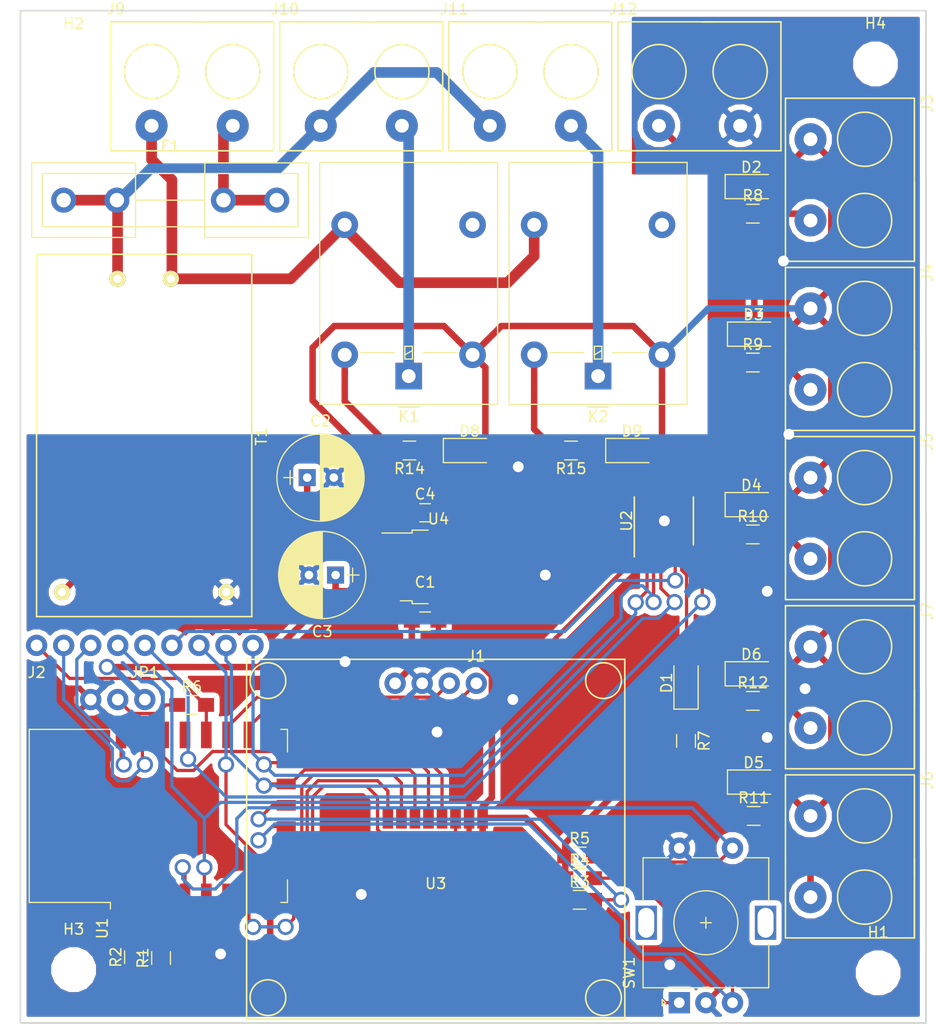
<source format=kicad_pcb>
(kicad_pcb (version 20171130) (host pcbnew 5.0.2-bee76a0~70~ubuntu18.04.1)
  (layers (0 F.Cu signal) (31 B.Cu signal) (34 B.Paste user) (35 F.Paste user) (36 B.SilkS user) (37 F.SilkS user) (38 B.Mask user) (39 F.Mask user) (44 Edge.Cuts user))
  (net 0 "")
  (net 1 +3V3)
  (net 2 GND)
  (net 3 CE)
  (net 4 CSN)
  (net 5 /SCLK)
  (net 6 /MOSI)
  (net 7 /MISO)
  (net 8 IRQ)
  (net 9 +12V)
  (net 10 C)
  (net 11 B)
  (net 12 A)
  (net 13 RE1)
  (net 14 RE2)
  (net 15 "Net-(D3-Pad1)")
  (net 16 "Net-(D2-Pad1)")
  (net 17 "Net-(D1-Pad1)")
  (net 18 "Net-(JP1-Pad2)")
  (net 19 GPIO0)
  (net 20 "Net-(R2-Pad2)")
  (net 21 "Net-(R1-Pad2)")
  (net 22 "Net-(D4-Pad1)")
  (net 23 "Net-(D5-Pad1)")
  (net 24 "Net-(D6-Pad1)")
  (net 25 "Net-(D9-Pad1)")
  (net 26 "Net-(D8-Pad1)")
  (net 27 "Net-(D1-Pad2)")
  (net 28 RX)
  (net 29 TX)
  (net 30 ENABLE)
  (net 31 LATCH)
  (net 32 DOUT)
  (net 33 SDA)
  (net 34 SCL)
  (net 35 "Net-(U1-Pad2)")
  (net 36 "Net-(U1-Pad9)")
  (net 37 "Net-(K2-Pad3)")
  (net 38 "Net-(K1-Pad3)")
  (net 39 "Net-(U2-Pad9)")
  (net 40 /230V_F)
  (net 41 /230V_B)
  (net 42 /230V_E)
  (net 43 /230V_A)
  (net 44 /230V_C)
  (net 45 /RE7)
  (net 46 /RE6)
  (net 47 /RE5)
  (net 48 /RE4)
  (net 49 /RE3)
  (module i2c_oled:i2c_oled_1.3Zoll (layer F.Cu) (at 137.795 103.124 180)
    (fp_text reference J1 (at 0 2.54 180) (layer F.SilkS))
    (fp_text value OLED)
    (pad 1 thru_hole circle (at 0 0 180) (size 2 2) (drill 1.1) (layers *.Cu *.Mask) (net 33 SDA))
    (pad 2 thru_hole circle (at 2.54 0 180) (size 2 2) (drill 1.1) (layers *.Cu *.Mask) (net 34 SCL))
    (pad 3 thru_hole circle (at 5.08 0 180) (size 2 2) (drill 1.1) (layers *.Cu *.Mask) (net 2 GND))
    (pad 4 thru_hole circle (at 7.62 0 180) (size 2 2) (drill 1.1) (layers *.Cu *.Mask) (net 1 +3V3))
  )
  (module MountingHole:MountingHole_3.2mm_M3_DIN965 (layer F.Cu) (at 175.514 130.302)
    (fp_text reference H1 (at 0 -3.8) (layer F.SilkS))
    (fp_text value MountingHole)
    (pad 1 np_thru_hole circle (at 0 0) (size 3.2 3.2) (drill 3.2) (layers *.Cu *.Mask))
  )
  (module MountingHole:MountingHole_3.2mm_M3_DIN965 (layer F.Cu) (at 100 45)
    (fp_text reference H2 (at 0 -3.8) (layer F.SilkS))
    (fp_text value MountingHole)
    (pad 1 np_thru_hole circle (at 0 0) (size 3.2 3.2) (drill 3.2) (layers *.Cu *.Mask))
  )
  (module MountingHole:MountingHole_3.2mm_M3_DIN965 (layer F.Cu) (at 100 130)
    (fp_text reference H3 (at 0 -3.8) (layer F.SilkS))
    (fp_text value MountingHole)
    (pad 1 np_thru_hole circle (at 0 0) (size 3.2 3.2) (drill 3.2) (layers *.Cu *.Mask))
  )
  (module MountingHole:MountingHole_3.2mm_M3_DIN965 (layer F.Cu) (at 175.26 45)
    (fp_text reference H4 (at 0 -3.8) (layer F.SilkS))
    (fp_text value MountingHole)
    (pad 1 np_thru_hole circle (at 0 0) (size 3.2 3.2) (drill 3.2) (layers *.Cu *.Mask))
  )
  (module terminal_block:terminal_block_2pin (layer F.Cu) (at 154.94 50.8)
    (fp_text reference J12 (at -3.35 -10.95) (layer F.SilkS))
    (fp_text value 12V_IN)
    (pad 1 thru_hole circle (at 0 0) (size 3 3) (drill 1.3) (layers *.Cu *.Mask) (net 9 +12V))
    (pad 2 thru_hole circle (at 7.62 0) (size 3 3) (drill 1.3) (layers *.Cu *.Mask) (net 2 GND))
  )
  (module terminal_block:terminal_block_2pin (layer F.Cu) (at 169.164 52.07 270)
    (fp_text reference J3 (at -3.35 -10.95 270) (layer F.SilkS))
    (fp_text value 12V_OUT1)
    (pad 2 thru_hole circle (at 7.62 0 270) (size 3 3) (drill 1.3) (layers *.Cu *.Mask) (net 49 /RE3))
    (pad 1 thru_hole circle (at 0 0 270) (size 3 3) (drill 1.3) (layers *.Cu *.Mask) (net 9 +12V))
  )
  (module terminal_block:terminal_block_2pin (layer F.Cu) (at 169.164 67.945 270)
    (fp_text reference J4 (at -3.35 -10.95 270) (layer F.SilkS))
    (fp_text value 12V_OUT2)
    (pad 1 thru_hole circle (at 0 0 270) (size 3 3) (drill 1.3) (layers *.Cu *.Mask) (net 9 +12V))
    (pad 2 thru_hole circle (at 7.62 0 270) (size 3 3) (drill 1.3) (layers *.Cu *.Mask) (net 48 /RE4))
  )
  (module terminal_block:terminal_block_2pin (layer F.Cu) (at 169.164 83.82 270)
    (fp_text reference J5 (at -3.35 -10.95 270) (layer F.SilkS))
    (fp_text value 12V_OUT3)
    (pad 2 thru_hole circle (at 7.62 0 270) (size 3 3) (drill 1.3) (layers *.Cu *.Mask) (net 47 /RE5))
    (pad 1 thru_hole circle (at 0 0 270) (size 3 3) (drill 1.3) (layers *.Cu *.Mask) (net 9 +12V))
  )
  (module terminal_block:terminal_block_2pin (layer F.Cu) (at 169.164 115.57 270)
    (fp_text reference J6 (at -3.35 -10.95 270) (layer F.SilkS))
    (fp_text value 12V_OUT4)
    (pad 1 thru_hole circle (at 0 0 270) (size 3 3) (drill 1.3) (layers *.Cu *.Mask) (net 9 +12V))
    (pad 2 thru_hole circle (at 7.62 0 270) (size 3 3) (drill 1.3) (layers *.Cu *.Mask) (net 45 /RE7))
  )
  (module terminal_block:terminal_block_2pin (layer F.Cu) (at 169.164 99.695 270)
    (fp_text reference J7 (at -3.35 -10.95 270) (layer F.SilkS))
    (fp_text value 12V_OUT5)
    (pad 2 thru_hole circle (at 7.62 0 270) (size 3 3) (drill 1.3) (layers *.Cu *.Mask) (net 46 /RE6))
    (pad 1 thru_hole circle (at 0 0 270) (size 3 3) (drill 1.3) (layers *.Cu *.Mask) (net 9 +12V))
  )
  (module terminal_block:terminal_block_2pin (layer F.Cu) (at 107.315 50.8)
    (fp_text reference J9 (at -3.35 -10.95) (layer F.SilkS))
    (fp_text value 230V)
    (pad 2 thru_hole circle (at 7.62 0) (size 3 3) (drill 1.3) (layers *.Cu *.Mask) (net 43 /230V_A))
    (pad 1 thru_hole circle (at 0 0) (size 3 3) (drill 1.3) (layers *.Cu *.Mask) (net 44 /230V_C))
  )
  (module terminal_block:terminal_block_2pin (layer F.Cu) (at 123.19 50.8)
    (fp_text reference J10 (at -3.35 -10.95) (layer F.SilkS))
    (fp_text value 230V_OUT1)
    (pad 1 thru_hole circle (at 0 0) (size 3 3) (drill 1.3) (layers *.Cu *.Mask) (net 41 /230V_B))
    (pad 2 thru_hole circle (at 7.62 0) (size 3 3) (drill 1.3) (layers *.Cu *.Mask) (net 42 /230V_E))
  )
  (module terminal_block:terminal_block_2pin (layer F.Cu) (at 139.065 50.8)
    (fp_text reference J11 (at -3.35 -10.95) (layer F.SilkS))
    (fp_text value 230V_OUT2)
    (pad 2 thru_hole circle (at 7.62 0) (size 3 3) (drill 1.3) (layers *.Cu *.Mask) (net 40 /230V_F))
    (pad 1 thru_hole circle (at 0 0) (size 3 3) (drill 1.3) (layers *.Cu *.Mask) (net 41 /230V_B))
  )
  (module Relay_THT:Relay_SPDT_Omron-G5LE-1 (layer F.Cu) (at 149.225 74.295 180)
    (fp_text reference K2 (at 0 -3.8 180) (layer F.SilkS))
    (fp_text value FINDER-40.11)
    (pad 5 thru_hole oval (at 6 2 180) (size 2.5 2.5) (drill 1.3) (layers *.Cu *.Mask) (net 14 RE2))
    (pad 4 thru_hole oval (at 6 14.2 180) (size 2.5 2.5) (drill 1.3) (layers *.Cu *.Mask) (net 44 /230V_C))
    (pad 3 thru_hole oval (at -6 14.2 180) (size 2.5 2.5) (drill 1.3) (layers *.Cu *.Mask) (net 37 "Net-(K2-Pad3)"))
    (pad 2 thru_hole oval (at -6 2 180) (size 2.5 2.5) (drill 1.3) (layers *.Cu *.Mask) (net 9 +12V))
    (pad 1 thru_hole rect (at 0 0 180) (size 2.5 2.5) (drill 1.3) (layers *.Cu *.Mask) (net 40 /230V_F))
  )
  (module Relay_THT:Relay_SPDT_Omron-G5LE-1 (layer F.Cu) (at 131.445 74.295 180)
    (fp_text reference K1 (at 0 -3.8 180) (layer F.SilkS))
    (fp_text value FINDER-40.11)
    (pad 1 thru_hole rect (at 0 0 180) (size 2.5 2.5) (drill 1.3) (layers *.Cu *.Mask) (net 42 /230V_E))
    (pad 2 thru_hole oval (at -6 2 180) (size 2.5 2.5) (drill 1.3) (layers *.Cu *.Mask) (net 9 +12V))
    (pad 3 thru_hole oval (at -6 14.2 180) (size 2.5 2.5) (drill 1.3) (layers *.Cu *.Mask) (net 38 "Net-(K1-Pad3)"))
    (pad 4 thru_hole oval (at 6 14.2 180) (size 2.5 2.5) (drill 1.3) (layers *.Cu *.Mask) (net 44 /230V_C))
    (pad 5 thru_hole oval (at 6 2 180) (size 2.5 2.5) (drill 1.3) (layers *.Cu *.Mask) (net 13 RE1))
  )
  (module Package_SO:TSSOP-16-1EP_4.4x5mm_P0.65mm (layer F.Cu) (at 155.448 87.884 90)
    (fp_text reference U2 (at 0 -3.55 90) (layer F.SilkS))
    (fp_text value DRV8860_PWPR)
    (pad 1 smd rect (at -2.775 -2.275 90) (size 1.05 0.45) (layers F.Cu F.Paste F.Mask) (net 1 +3V3))
    (pad 2 smd rect (at -2.775 -1.625 90) (size 1.05 0.45) (layers F.Cu F.Paste F.Mask) (net 6 /MOSI))
    (pad 3 smd rect (at -2.775 -0.975 90) (size 1.05 0.45) (layers F.Cu F.Paste F.Mask) (net 5 /SCLK))
    (pad 4 smd rect (at -2.775 -0.325 90) (size 1.05 0.45) (layers F.Cu F.Paste F.Mask) (net 31 LATCH))
    (pad 5 smd rect (at -2.775 0.325 90) (size 1.05 0.45) (layers F.Cu F.Paste F.Mask) (net 2 GND))
    (pad 6 smd rect (at -2.775 0.975 90) (size 1.05 0.45) (layers F.Cu F.Paste F.Mask) (net 32 DOUT))
    (pad 7 smd rect (at -2.775 1.625 90) (size 1.05 0.45) (layers F.Cu F.Paste F.Mask) (net 27 "Net-(D1-Pad2)"))
    (pad 8 smd rect (at -2.775 2.275 90) (size 1.05 0.45) (layers F.Cu F.Paste F.Mask) (net 30 ENABLE))
    (pad 9 smd rect (at 2.775 2.275 90) (size 1.05 0.45) (layers F.Cu F.Paste F.Mask) (net 39 "Net-(U2-Pad9)"))
    (pad 10 smd rect (at 2.775 1.625 90) (size 1.05 0.45) (layers F.Cu F.Paste F.Mask) (net 45 /RE7))
    (pad 11 smd rect (at 2.775 0.975 90) (size 1.05 0.45) (layers F.Cu F.Paste F.Mask) (net 46 /RE6))
    (pad 12 smd rect (at 2.775 0.325 90) (size 1.05 0.45) (layers F.Cu F.Paste F.Mask) (net 47 /RE5))
    (pad 13 smd rect (at 2.775 -0.325 90) (size 1.05 0.45) (layers F.Cu F.Paste F.Mask) (net 48 /RE4))
    (pad 14 smd rect (at 2.775 -0.975 90) (size 1.05 0.45) (layers F.Cu F.Paste F.Mask) (net 49 /RE3))
    (pad 15 smd rect (at 2.775 -1.625 90) (size 1.05 0.45) (layers F.Cu F.Paste F.Mask) (net 14 RE2))
    (pad 16 smd rect (at 2.775 -2.275 90) (size 1.05 0.45) (layers F.Cu F.Paste F.Mask) (net 13 RE1))
    (pad 17 smd rect (at 0.735 1.3425 90) (size 1.47 0.895) (layers F.Cu F.Paste F.Mask) (net 2 GND))
    (pad 17 smd rect (at 0.735 0.4475 90) (size 1.47 0.895) (layers F.Cu F.Paste F.Mask) (net 2 GND))
    (pad 17 smd rect (at 0.735 -0.4475 90) (size 1.47 0.895) (layers F.Cu F.Paste F.Mask) (net 2 GND))
    (pad 17 smd rect (at 0.735 -1.3425 90) (size 1.47 0.895) (layers F.Cu F.Paste F.Mask) (net 2 GND))
    (pad 17 smd rect (at -0.735 1.3425 90) (size 1.47 0.895) (layers F.Cu F.Paste F.Mask) (net 2 GND))
    (pad 17 smd rect (at -0.735 0.4475 90) (size 1.47 0.895) (layers F.Cu F.Paste F.Mask) (net 2 GND))
    (pad 17 smd rect (at -0.735 -0.4475 90) (size 1.47 0.895) (layers F.Cu F.Paste F.Mask) (net 2 GND))
    (pad 17 smd rect (at -0.735 -1.3425 90) (size 1.47 0.895) (layers F.Cu F.Paste F.Mask) (net 2 GND))
  )
  (module Package_TO_SOT_SMD:TO-252-2 (layer F.Cu) (at 134.239 92.202)
    (fp_text reference U4 (at 0 -4.5) (layer F.SilkS))
    (fp_text value LF33_TO252)
    (pad 1 smd rect (at -4.2 -2.28) (size 2.2 1.2) (layers F.Cu F.Paste F.Mask) (net 9 +12V))
    (pad 3 smd rect (at -4.2 2.28) (size 2.2 1.2) (layers F.Cu F.Paste F.Mask) (net 1 +3V3))
    (pad 2 smd rect (at 2.1 0) (size 6.4 5.8) (layers F.Cu F.Mask) (net 2 GND))
  )
  (module RF_Module:ESP-12E (layer F.Cu) (at 107.95 115.57 90)
    (fp_text reference U1 (at -10.56 -5.26 90) (layer F.SilkS))
    (fp_text value ESP-12E)
    (pad 1 smd rect (at -7.6 -3.5 90) (size 2.5 1) (layers F.Cu F.Paste F.Mask) (net 20 "Net-(R2-Pad2)"))
    (pad 2 smd rect (at -7.6 -1.5 90) (size 2.5 1) (layers F.Cu F.Paste F.Mask) (net 35 "Net-(U1-Pad2)"))
    (pad 3 smd rect (at -7.6 0.5 90) (size 2.5 1) (layers F.Cu F.Paste F.Mask) (net 21 "Net-(R1-Pad2)"))
    (pad 4 smd rect (at -7.6 2.5 90) (size 2.5 1) (layers F.Cu F.Paste F.Mask) (net 10 C))
    (pad 5 smd rect (at -7.6 4.5 90) (size 2.5 1) (layers F.Cu F.Paste F.Mask) (net 30 ENABLE))
    (pad 6 smd rect (at -7.6 6.5 90) (size 2.5 1) (layers F.Cu F.Paste F.Mask) (net 8 IRQ))
    (pad 7 smd rect (at -7.6 8.5 90) (size 2.5 1) (layers F.Cu F.Paste F.Mask) (net 3 CE))
    (pad 8 smd rect (at -7.6 10.5 90) (size 2.5 1) (layers F.Cu F.Paste F.Mask) (net 1 +3V3))
    (pad 9 smd rect (at -5 12 90) (size 1 1.8) (layers F.Cu F.Paste F.Mask) (net 36 "Net-(U1-Pad9)"))
    (pad 10 smd rect (at -3 12 90) (size 1 1.8) (layers F.Cu F.Paste F.Mask) (net 7 /MISO))
    (pad 11 smd rect (at -1 12 90) (size 1 1.8) (layers F.Cu F.Paste F.Mask) (net 11 B))
    (pad 12 smd rect (at 1 12 90) (size 1 1.8) (layers F.Cu F.Paste F.Mask) (net 12 A))
    (pad 13 smd rect (at 3 12 90) (size 1 1.8) (layers F.Cu F.Paste F.Mask) (net 6 /MOSI))
    (pad 14 smd rect (at 5 12 90) (size 1 1.8) (layers F.Cu F.Paste F.Mask) (net 5 /SCLK))
    (pad 15 smd rect (at 7.6 10.5 90) (size 2.5 1) (layers F.Cu F.Paste F.Mask) (net 2 GND))
    (pad 16 smd rect (at 7.6 8.5 90) (size 2.5 1) (layers F.Cu F.Paste F.Mask) (net 33 SDA))
    (pad 17 smd rect (at 7.6 6.5 90) (size 2.5 1) (layers F.Cu F.Paste F.Mask) (net 34 SCL))
    (pad 18 smd rect (at 7.6 4.5 90) (size 2.5 1) (layers F.Cu F.Paste F.Mask) (net 19 GPIO0))
    (pad 19 smd rect (at 7.6 2.5 90) (size 2.5 1) (layers F.Cu F.Paste F.Mask) (net 31 LATCH))
    (pad 20 smd rect (at 7.6 0.5 90) (size 2.5 1) (layers F.Cu F.Paste F.Mask) (net 4 CSN))
    (pad 21 smd rect (at 7.6 -1.5 90) (size 2.5 1) (layers F.Cu F.Paste F.Mask) (net 28 RX))
    (pad 22 smd rect (at 7.6 -3.5 90) (size 2.5 1) (layers F.Cu F.Paste F.Mask) (net 29 TX))
  )
  (module ROCCI_footprint:CON_Stiftleiste_3x1 (layer F.Cu) (at 106.68 104.648 180)
    (fp_text reference JP1 (at 0 2.54 180) (layer F.SilkS))
    (fp_text value Flash)
    (pad 1 thru_hole circle (at 0 0 180) (size 2 2) (drill 1.1) (layers *.Cu *.Mask) (net 1 +3V3))
    (pad 2 thru_hole circle (at 2.54 0 180) (size 2 2) (drill 1.1) (layers *.Cu *.Mask) (net 18 "Net-(JP1-Pad2)"))
    (pad 3 thru_hole circle (at 5.08 0 180) (size 2 2) (drill 1.1) (layers *.Cu *.Mask) (net 2 GND))
  )
  (module ROCCI_footprint:CON_Stiftleiste_9x1 (layer F.Cu) (at 96.52 99.568)
    (fp_text reference J2 (at 0 2.54) (layer F.SilkS))
    (fp_text value interface)
    (pad 1 thru_hole circle (at 0 0) (size 2 2) (drill 1.1) (layers *.Cu *.Mask) (net 19 GPIO0))
    (pad 2 thru_hole circle (at 2.54 0) (size 2 2) (drill 1.1) (layers *.Cu *.Mask) (net 28 RX))
    (pad 3 thru_hole circle (at 5.08 0) (size 2 2) (drill 1.1) (layers *.Cu *.Mask) (net 29 TX))
    (pad 4 thru_hole circle (at 7.62 0) (size 2 2) (drill 1.1) (layers *.Cu *.Mask) (net 30 ENABLE))
    (pad 5 thru_hole circle (at 10.16 0) (size 2 2) (drill 1.1) (layers *.Cu *.Mask) (net 31 LATCH))
    (pad 6 thru_hole circle (at 12.7 0) (size 2 2) (drill 1.1) (layers *.Cu *.Mask) (net 32 DOUT))
    (pad 7 thru_hole circle (at 15.24 0) (size 2 2) (drill 1.1) (layers *.Cu *.Mask) (net 7 /MISO))
    (pad 8 thru_hole circle (at 17.78 0) (size 2 2) (drill 1.1) (layers *.Cu *.Mask) (net 6 /MOSI))
    (pad 9 thru_hole circle (at 20.32 0) (size 2 2) (drill 1.1) (layers *.Cu *.Mask) (net 5 /SCLK))
  )
  (module ROCCI_footprint:Kondensator_SMD_0805 (layer F.Cu) (at 132.989 87.122)
    (fp_text reference C4 (at 0 -1.75) (layer F.SilkS))
    (fp_text value 100nF)
    (pad 2 smd rect (at 1.25 0) (size 1.5 1.25) (layers F.Cu F.Paste F.Mask) (net 2 GND))
    (pad 1 smd rect (at -1.25 0) (size 1.5 1.25) (layers F.Cu F.Paste F.Mask) (net 9 +12V))
  )
  (module ROCCI_footprint:Kondensator_SMD_0805 (layer F.Cu) (at 132.989 97.282)
    (fp_text reference C1 (at 0 -3.650001) (layer F.SilkS))
    (fp_text value 100nF)
    (pad 1 smd rect (at -1.25 0) (size 1.5 1.25) (layers F.Cu F.Paste F.Mask) (net 1 +3V3))
    (pad 2 smd rect (at 1.25 0) (size 1.5 1.25) (layers F.Cu F.Paste F.Mask) (net 2 GND))
  )
  (module ROCCI_footprint:Kondensator_THT_8mm (layer F.Cu) (at 124.587 92.964 180)
    (fp_text reference C3 (at 1.25 -5.31 180) (layer F.SilkS))
    (fp_text value 47uF)
    (pad 2 thru_hole circle (at 2.5 0 180) (size 1.6 1.6) (drill 0.8) (layers *.Cu *.Mask) (net 2 GND))
    (pad 1 thru_hole rect (at 0 0 180) (size 1.6 1.6) (drill 0.8) (layers *.Cu *.Mask) (net 1 +3V3))
  )
  (module ROCCI_footprint:Kondensator_THT_8mm (layer F.Cu) (at 121.92 83.82)
    (fp_text reference C2 (at 1.25 -5.31) (layer F.SilkS))
    (fp_text value 47uF)
    (pad 1 thru_hole rect (at 0 0) (size 1.6 1.6) (drill 0.8) (layers *.Cu *.Mask) (net 9 +12V))
    (pad 2 thru_hole circle (at 2.5 0) (size 1.6 1.6) (drill 0.8) (layers *.Cu *.Mask) (net 2 GND))
  )
  (module ROCCI_footprint:LED_SMD_1206 (layer F.Cu) (at 163.83 70.358)
    (fp_text reference D3 (at 0 -1.82) (layer F.SilkS))
    (fp_text value LED)
    (pad 1 smd roundrect (at -1.4875 0) (size 1.425 1.75) (layers F.Cu F.Paste F.Mask) (roundrect_rratio 0.175439) (net 15 "Net-(D3-Pad1)"))
    (pad 2 smd roundrect (at 1.4875 0) (size 1.425 1.75) (layers F.Cu F.Paste F.Mask) (roundrect_rratio 0.175439) (net 9 +12V))
  )
  (module ROCCI_footprint:LED_SMD_1206 (layer F.Cu) (at 157.48 103.0875 90)
    (fp_text reference D1 (at 0 -1.82 90) (layer F.SilkS))
    (fp_text value LED)
    (pad 2 smd roundrect (at 1.4875 0 90) (size 1.425 1.75) (layers F.Cu F.Paste F.Mask) (roundrect_rratio 0.175439) (net 27 "Net-(D1-Pad2)"))
    (pad 1 smd roundrect (at -1.4875 0 90) (size 1.425 1.75) (layers F.Cu F.Paste F.Mask) (roundrect_rratio 0.175439) (net 17 "Net-(D1-Pad1)"))
  )
  (module ROCCI_footprint:LED_SMD_1206 (layer F.Cu) (at 152.4 81.28)
    (fp_text reference D9 (at 0 -1.82) (layer F.SilkS))
    (fp_text value LED)
    (pad 1 smd roundrect (at -1.4875 0) (size 1.425 1.75) (layers F.Cu F.Paste F.Mask) (roundrect_rratio 0.175439) (net 25 "Net-(D9-Pad1)"))
    (pad 2 smd roundrect (at 1.4875 0) (size 1.425 1.75) (layers F.Cu F.Paste F.Mask) (roundrect_rratio 0.175439) (net 9 +12V))
  )
  (module ROCCI_footprint:LED_SMD_1206 (layer F.Cu) (at 163.6125 56.515)
    (fp_text reference D2 (at 0 -1.82) (layer F.SilkS))
    (fp_text value LED)
    (pad 2 smd roundrect (at 1.4875 0) (size 1.425 1.75) (layers F.Cu F.Paste F.Mask) (roundrect_rratio 0.175439) (net 9 +12V))
    (pad 1 smd roundrect (at -1.4875 0) (size 1.425 1.75) (layers F.Cu F.Paste F.Mask) (roundrect_rratio 0.175439) (net 16 "Net-(D2-Pad1)"))
  )
  (module ROCCI_footprint:LED_SMD_1206 (layer F.Cu) (at 137.16 81.28)
    (fp_text reference D8 (at 0 -1.82) (layer F.SilkS))
    (fp_text value LED)
    (pad 1 smd roundrect (at -1.4875 0) (size 1.425 1.75) (layers F.Cu F.Paste F.Mask) (roundrect_rratio 0.175439) (net 26 "Net-(D8-Pad1)"))
    (pad 2 smd roundrect (at 1.4875 0) (size 1.425 1.75) (layers F.Cu F.Paste F.Mask) (roundrect_rratio 0.175439) (net 9 +12V))
  )
  (module ROCCI_footprint:LED_SMD_1206 (layer F.Cu) (at 163.6125 102.235)
    (fp_text reference D6 (at 0 -1.82) (layer F.SilkS))
    (fp_text value LED)
    (pad 1 smd roundrect (at -1.4875 0) (size 1.425 1.75) (layers F.Cu F.Paste F.Mask) (roundrect_rratio 0.175439) (net 24 "Net-(D6-Pad1)"))
    (pad 2 smd roundrect (at 1.4875 0) (size 1.425 1.75) (layers F.Cu F.Paste F.Mask) (roundrect_rratio 0.175439) (net 9 +12V))
  )
  (module ROCCI_footprint:LED_SMD_1206 (layer F.Cu) (at 163.83 112.395)
    (fp_text reference D5 (at 0 -1.82) (layer F.SilkS))
    (fp_text value LED)
    (pad 2 smd roundrect (at 1.4875 0) (size 1.425 1.75) (layers F.Cu F.Paste F.Mask) (roundrect_rratio 0.175439) (net 9 +12V))
    (pad 1 smd roundrect (at -1.4875 0) (size 1.425 1.75) (layers F.Cu F.Paste F.Mask) (roundrect_rratio 0.175439) (net 23 "Net-(D5-Pad1)"))
  )
  (module ROCCI_footprint:LED_SMD_1206 (layer F.Cu) (at 163.6125 86.36)
    (fp_text reference D4 (at 0 -1.82) (layer F.SilkS))
    (fp_text value LED)
    (pad 1 smd roundrect (at -1.4875 0) (size 1.425 1.75) (layers F.Cu F.Paste F.Mask) (roundrect_rratio 0.175439) (net 22 "Net-(D4-Pad1)"))
    (pad 2 smd roundrect (at 1.4875 0) (size 1.425 1.75) (layers F.Cu F.Paste F.Mask) (roundrect_rratio 0.175439) (net 9 +12V))
  )
  (module ROCCI_footprint:Sicherung_THT (layer F.Cu) (at 99.06 57.785)
    (fp_text reference F1 (at 10 -5.08) (layer F.SilkS))
    (fp_text value Fuse)
    (pad 2 thru_hole circle (at 15 0) (size 2.35 2.35) (drill 1.35) (layers *.Cu *.Mask) (net 43 /230V_A))
    (pad 2 thru_hole circle (at 20 0) (size 2.35 2.35) (drill 1.35) (layers *.Cu *.Mask) (net 43 /230V_A))
    (pad 1 thru_hole circle (at 5 0) (size 2.35 2.35) (drill 1.35) (layers *.Cu *.Mask) (net 41 /230V_B))
    (pad 1 thru_hole circle (at 0 0) (size 2.35 2.35) (drill 1.35) (layers *.Cu *.Mask) (net 41 /230V_B))
  )
  (module ROCCI_footprint:Wiederstand_SMD_0805 (layer F.Cu) (at 131.525 81.28 180)
    (fp_text reference R14 (at 0 -1.7 180) (layer F.SilkS))
    (fp_text value 300)
    (pad 1 smd rect (at -1.35 0 180) (size 1.5 1.3) (layers F.Cu F.Paste F.Mask) (net 26 "Net-(D8-Pad1)"))
    (pad 2 smd rect (at 1.35 0 180) (size 1.5 1.3) (layers F.Cu F.Paste F.Mask) (net 13 RE1))
  )
  (module ROCCI_footprint:Wiederstand_SMD_0805 (layer F.Cu) (at 146.685 81.28 180)
    (fp_text reference R15 (at 0 -1.7 180) (layer F.SilkS))
    (fp_text value 300)
    (pad 2 smd rect (at 1.35 0 180) (size 1.5 1.3) (layers F.Cu F.Paste F.Mask) (net 14 RE2))
    (pad 1 smd rect (at -1.35 0 180) (size 1.5 1.3) (layers F.Cu F.Paste F.Mask) (net 25 "Net-(D9-Pad1)"))
  )
  (module ROCCI_footprint:Wiederstand_SMD_0805 (layer F.Cu) (at 163.75 104.775)
    (fp_text reference R12 (at 0 -1.7) (layer F.SilkS))
    (fp_text value 300)
    (pad 2 smd rect (at 1.35 0) (size 1.5 1.3) (layers F.Cu F.Paste F.Mask) (net 46 /RE6))
    (pad 1 smd rect (at -1.35 0) (size 1.5 1.3) (layers F.Cu F.Paste F.Mask) (net 24 "Net-(D6-Pad1)"))
  )
  (module ROCCI_footprint:Wiederstand_SMD_0805 (layer F.Cu) (at 163.83 115.57)
    (fp_text reference R11 (at 0 -1.7) (layer F.SilkS))
    (fp_text value 300)
    (pad 1 smd rect (at -1.35 0) (size 1.5 1.3) (layers F.Cu F.Paste F.Mask) (net 23 "Net-(D5-Pad1)"))
    (pad 2 smd rect (at 1.35 0) (size 1.5 1.3) (layers F.Cu F.Paste F.Mask) (net 45 /RE7))
  )
  (module ROCCI_footprint:Wiederstand_SMD_0805 (layer F.Cu) (at 163.75 89.154)
    (fp_text reference R10 (at 0 -1.7) (layer F.SilkS))
    (fp_text value 300)
    (pad 2 smd rect (at 1.35 0) (size 1.5 1.3) (layers F.Cu F.Paste F.Mask) (net 47 /RE5))
    (pad 1 smd rect (at -1.35 0) (size 1.5 1.3) (layers F.Cu F.Paste F.Mask) (net 22 "Net-(D4-Pad1)"))
  )
  (module ROCCI_footprint:Wiederstand_SMD_0805 (layer F.Cu) (at 108.204 128.905 90)
    (fp_text reference R1 (at 0 -1.7 90) (layer F.SilkS))
    (fp_text value R)
    (pad 1 smd rect (at -1.35 0 90) (size 1.5 1.3) (layers F.Cu F.Paste F.Mask) (net 1 +3V3))
    (pad 2 smd rect (at 1.35 0 90) (size 1.5 1.3) (layers F.Cu F.Paste F.Mask) (net 21 "Net-(R1-Pad2)"))
  )
  (module ROCCI_footprint:Wiederstand_SMD_0805 (layer F.Cu) (at 105.664 128.825 90)
    (fp_text reference R2 (at 0 -1.7 90) (layer F.SilkS))
    (fp_text value R)
    (pad 2 smd rect (at 1.35 0 90) (size 1.5 1.3) (layers F.Cu F.Paste F.Mask) (net 20 "Net-(R2-Pad2)"))
    (pad 1 smd rect (at -1.35 0 90) (size 1.5 1.3) (layers F.Cu F.Paste F.Mask) (net 1 +3V3))
  )
  (module ROCCI_footprint:Wiederstand_SMD_0805 (layer F.Cu) (at 147.494 123.444)
    (fp_text reference R3 (at 0 -1.7) (layer F.SilkS))
    (fp_text value R)
    (pad 1 smd rect (at -1.35 0) (size 1.5 1.3) (layers F.Cu F.Paste F.Mask) (net 1 +3V3))
    (pad 2 smd rect (at 1.35 0) (size 1.5 1.3) (layers F.Cu F.Paste F.Mask) (net 12 A))
  )
  (module ROCCI_footprint:Wiederstand_SMD_0805 (layer F.Cu) (at 147.494 119.38)
    (fp_text reference R5 (at 0 -1.7) (layer F.SilkS))
    (fp_text value R)
    (pad 2 smd rect (at 1.35 0) (size 1.5 1.3) (layers F.Cu F.Paste F.Mask) (net 10 C))
    (pad 1 smd rect (at -1.35 0) (size 1.5 1.3) (layers F.Cu F.Paste F.Mask) (net 1 +3V3))
  )
  (module ROCCI_footprint:Wiederstand_SMD_0805 (layer F.Cu) (at 111.078 105.156)
    (fp_text reference R6 (at 0 -1.7) (layer F.SilkS))
    (fp_text value R)
    (pad 1 smd rect (at -1.35 0) (size 1.5 1.3) (layers F.Cu F.Paste F.Mask) (net 18 "Net-(JP1-Pad2)"))
    (pad 2 smd rect (at 1.35 0) (size 1.5 1.3) (layers F.Cu F.Paste F.Mask) (net 19 GPIO0))
  )
  (module ROCCI_footprint:Wiederstand_SMD_0805 (layer F.Cu) (at 157.48 108.538 270)
    (fp_text reference R7 (at 0 -1.7 270) (layer F.SilkS))
    (fp_text value R)
    (pad 2 smd rect (at 1.35 0 270) (size 1.5 1.3) (layers F.Cu F.Paste F.Mask) (net 1 +3V3))
    (pad 1 smd rect (at -1.35 0 270) (size 1.5 1.3) (layers F.Cu F.Paste F.Mask) (net 17 "Net-(D1-Pad1)"))
  )
  (module ROCCI_footprint:Wiederstand_SMD_0805 (layer F.Cu) (at 163.75 59.055)
    (fp_text reference R8 (at 0 -1.7) (layer F.SilkS))
    (fp_text value 300)
    (pad 1 smd rect (at -1.35 0) (size 1.5 1.3) (layers F.Cu F.Paste F.Mask) (net 16 "Net-(D2-Pad1)"))
    (pad 2 smd rect (at 1.35 0) (size 1.5 1.3) (layers F.Cu F.Paste F.Mask) (net 49 /RE3))
  )
  (module ROCCI_footprint:Wiederstand_SMD_0805 (layer F.Cu) (at 163.75 73.025)
    (fp_text reference R9 (at 0 -1.7) (layer F.SilkS))
    (fp_text value 300)
    (pad 2 smd rect (at 1.35 0) (size 1.5 1.3) (layers F.Cu F.Paste F.Mask) (net 48 /RE4))
    (pad 1 smd rect (at -1.35 0) (size 1.5 1.3) (layers F.Cu F.Paste F.Mask) (net 15 "Net-(D3-Pad1)"))
  )
  (module ROCCI_footprint:Wiederstand_SMD_0805 (layer F.Cu) (at 147.494 121.412)
    (fp_text reference R4 (at 0 -1.7) (layer F.SilkS))
    (fp_text value R)
    (pad 1 smd rect (at -1.35 0) (size 1.5 1.3) (layers F.Cu F.Paste F.Mask) (net 1 +3V3))
    (pad 2 smd rect (at 1.35 0) (size 1.5 1.3) (layers F.Cu F.Paste F.Mask) (net 11 B))
  )
  (module Rotary_Encoder:RotaryEncoder_Alps_EC11E-Switch_Vertical_H20mm (layer F.Cu) (at 156.845 133.096 90)
    (fp_text reference SW1 (at 2.8 -4.7 90) (layer F.SilkS))
    (fp_text value Rotary_Encoder_Switch)
    (pad S1 thru_hole circle (at 14.5 5 90) (size 2 2) (drill 1) (layers *.Cu *.Mask) (net 10 C))
    (pad S2 thru_hole circle (at 14.5 0 90) (size 2 2) (drill 1) (layers *.Cu *.Mask) (net 2 GND))
    (pad MP thru_hole rect (at 7.5 8.1 90) (size 3.2 2) (drill oval 2.8 1.5) (layers *.Cu *.Mask))
    (pad MP thru_hole rect (at 7.5 -3.1 90) (size 3.2 2) (drill oval 2.8 1.5) (layers *.Cu *.Mask))
    (pad B thru_hole circle (at 0 5 90) (size 2 2) (drill 1) (layers *.Cu *.Mask) (net 11 B))
    (pad C thru_hole circle (at 0 2.5 90) (size 2 2) (drill 1) (layers *.Cu *.Mask) (net 2 GND))
    (pad A thru_hole rect (at 0 0 90) (size 2 2) (drill 1) (layers *.Cu *.Mask) (net 12 A))
  )
  (module mardah_power_supply:HLK-PM12 (layer F.Cu) (at 96.52 62.865 270)
    (fp_text reference T1 (at 17.1 -21.1 270) (layer F.SilkS))
    (fp_text value HLK-PM12)
    (pad 1 thru_hole circle (at 2.3 -12.6 270) (size 1.524 1.524) (drill 0.762) (layers *.Cu *.Mask F.SilkS) (net 44 /230V_C))
    (pad 2 thru_hole circle (at 2.3 -7.6 270) (size 1.524 1.524) (drill 0.762) (layers *.Cu *.Mask F.SilkS) (net 41 /230V_B))
    (pad 3 thru_hole circle (at 31.7 -17.8 270) (size 1.524 1.524) (drill 0.762) (layers *.Cu *.Mask F.SilkS) (net 2 GND))
    (pad 4 thru_hole circle (at 31.7 -2.4 270) (size 1.524 1.524) (drill 0.762) (layers *.Cu *.Mask F.SilkS) (net 9 +12V))
  )
  (module mysensors_radios:NRF24L01-SMD (layer F.Cu) (at 133.985 124.46 180)
    (fp_text reference U3 (at 0 2.54 180) (layer F.SilkS))
    (fp_text value NRF24L01)
    (pad 2 smd rect (at -4.4 8.7 180) (size 1 2) (layers F.Cu F.Paste F.Mask) (net 1 +3V3))
    (pad 1 smd rect (at -3.13 8.7 180) (size 1 2) (layers F.Cu F.Paste F.Mask) (net 2 GND))
    (pad 3 smd rect (at -1.86 8.7 180) (size 1 2) (layers F.Cu F.Paste F.Mask) (net 3 CE))
    (pad 4 smd rect (at -0.59 8.7 180) (size 1 2) (layers F.Cu F.Paste F.Mask) (net 4 CSN))
    (pad 5 smd rect (at 0.68 8.7 180) (size 1 2) (layers F.Cu F.Paste F.Mask) (net 5 /SCLK))
    (pad 6 smd rect (at 1.95 8.7 180) (size 1 2) (layers F.Cu F.Paste F.Mask) (net 6 /MOSI))
    (pad 7 smd rect (at 3.22 8.7 180) (size 1 2) (layers F.Cu F.Paste F.Mask) (net 7 /MISO))
    (pad 8 smd rect (at 4.49 8.7 180) (size 1 2) (layers F.Cu F.Paste F.Mask) (net 8 IRQ))
  )
  (gr_line (start 95 135) (end 95 40) (layer Edge.Cuts) (width 0.15))
  (gr_line (start 180 135) (end 95 135) (layer Edge.Cuts) (width 0.15))
  (gr_line (start 180 40) (end 180 135) (layer Edge.Cuts) (width 0.15))
  (gr_line (start 95 40) (end 180 40) (layer Edge.Cuts) (width 0.15))
  (segment (start 124.6954 94.482) (end 128.3294 94.482) (width 0.6096) (layer F.Cu) (net 1))
  (segment (start 128.3294 94.482) (end 130.039 94.482) (width 0.6096) (layer F.Cu) (net 1))
  (segment (start 124.587 94.3736) (end 124.6954 94.482) (width 0.6096) (layer F.Cu) (net 1))
  (segment (start 130.039 95.582) (end 131.739 97.282) (width 0.6096) (layer F.Cu) (net 1))
  (segment (start 130.039 94.482) (end 130.039 95.582) (width 0.6096) (layer F.Cu) (net 1))
  (segment (start 131.739 101.56) (end 130.175 103.124) (width 0.6096) (layer F.Cu) (net 1))
  (segment (start 115.079213 132.715) (end 113.665 132.715) (width 0.6096) (layer F.Cu) (net 1))
  (segment (start 108.204 130.355) (end 108.204 130.255) (width 0.6096) (layer F.Cu) (net 1))
  (segment (start 110.564 132.715) (end 108.204 130.355) (width 0.6096) (layer F.Cu) (net 1))
  (segment (start 113.665 132.715) (end 110.564 132.715) (width 0.6096) (layer F.Cu) (net 1))
  (segment (start 105.744 130.255) (end 105.664 130.175) (width 0.6096) (layer F.Cu) (net 1))
  (segment (start 108.204 130.255) (end 105.744 130.255) (width 0.6096) (layer F.Cu) (net 1))
  (segment (start 146.144 123.444) (end 146.144 121.412) (width 0.6096) (layer F.Cu) (net 1))
  (segment (start 146.144 121.412) (end 146.144 119.38) (width 0.6096) (layer F.Cu) (net 1))
  (segment (start 142.424 115.76) (end 138.385 115.76) (width 0.6096) (layer F.Cu) (net 1))
  (segment (start 146.144 119.38) (end 146.044 119.38) (width 0.6096) (layer F.Cu) (net 1))
  (segment (start 146.044 119.38) (end 142.424 115.76) (width 0.6096) (layer F.Cu) (net 1))
  (segment (start 136.903658 100.076) (end 131.739 100.076) (width 0.6096) (layer F.Cu) (net 1))
  (segment (start 139.252201 102.424543) (end 136.903658 100.076) (width 0.6096) (layer F.Cu) (net 1))
  (segment (start 138.385 114.707038) (end 139.252201 113.839837) (width 0.6096) (layer F.Cu) (net 1))
  (segment (start 138.385 115.76) (end 138.385 114.707038) (width 0.6096) (layer F.Cu) (net 1))
  (segment (start 131.739 97.282) (end 131.739 100.076) (width 0.6096) (layer F.Cu) (net 1))
  (segment (start 131.739 100.076) (end 131.739 101.56) (width 0.6096) (layer F.Cu) (net 1))
  (segment (start 118.45 132.629) (end 118.364 132.715) (width 0.6096) (layer F.Cu) (net 1))
  (segment (start 118.45 123.17) (end 118.45 132.629) (width 0.6096) (layer F.Cu) (net 1))
  (segment (start 118.364 132.715) (end 115.079213 132.715) (width 0.6096) (layer F.Cu) (net 1))
  (segment (start 156.2204 109.888) (end 157.48 109.888) (width 0.6096) (layer F.Cu) (net 1))
  (segment (start 154.3764 109.888) (end 156.2204 109.888) (width 0.6096) (layer F.Cu) (net 1))
  (segment (start 146.144 118.1204) (end 154.3764 109.888) (width 0.6096) (layer F.Cu) (net 1))
  (segment (start 146.144 119.38) (end 146.144 118.1204) (width 0.6096) (layer F.Cu) (net 1))
  (via (at 103.124 101.6) (size 1.524) (drill 1.016) (layers F.Cu B.Cu) (net 1))
  (segment (start 106.68 104.648) (end 103.632 101.6) (width 0.6096) (layer B.Cu) (net 1))
  (segment (start 103.632 101.6) (end 103.124 101.6) (width 0.6096) (layer B.Cu) (net 1))
  (segment (start 124.587 94.3736) (end 124.587 92.964) (width 0.6096) (layer F.Cu) (net 1))
  (segment (start 117.3606 101.6) (end 124.587 94.3736) (width 0.6096) (layer F.Cu) (net 1))
  (segment (start 103.124 101.6) (end 117.3606 101.6) (width 0.6096) (layer F.Cu) (net 1))
  (segment (start 141.516 102.616) (end 139.252201 102.616) (width 0.4064) (layer F.Cu) (net 1))
  (segment (start 153.173 90.959) (end 141.516 102.616) (width 0.4064) (layer F.Cu) (net 1))
  (segment (start 153.173 90.659) (end 153.173 90.959) (width 0.4064) (layer F.Cu) (net 1))
  (segment (start 139.252201 113.839837) (end 139.252201 102.616) (width 0.6096) (layer F.Cu) (net 1))
  (segment (start 139.252201 102.616) (end 139.252201 102.424543) (width 0.6096) (layer F.Cu) (net 1))
  (segment (start 124.333 132.715) (end 118.364 132.715) (width 0.6096) (layer F.Cu) (net 1))
  (segment (start 138.385 115.76) (end 138.385 118.663) (width 0.6096) (layer F.Cu) (net 1))
  (segment (start 138.385 118.663) (end 124.333 132.715) (width 0.6096) (layer F.Cu) (net 1))
  (via (at 155.448 87.884) (size 1.524) (drill 1.016) (layers F.Cu B.Cu) (net 2))
  (via (at 134.112 107.696) (size 1.524) (drill 1.016) (layers F.Cu B.Cu) (net 2))
  (via (at 127 122.936) (size 1.524) (drill 1.016) (layers F.Cu B.Cu) (net 2))
  (via (at 113.792 128.524) (size 1.524) (drill 1.016) (layers F.Cu B.Cu) (net 2))
  (via (at 165.1 108.204) (size 1.524) (drill 1.016) (layers F.Cu B.Cu) (net 2))
  (via (at 168.656 103.632) (size 1.524) (drill 1.016) (layers F.Cu B.Cu) (net 2))
  (via (at 165.1 94.488) (size 1.524) (drill 1.016) (layers F.Cu B.Cu) (net 2))
  (via (at 167.132 79.756) (size 1.524) (drill 1.016) (layers F.Cu B.Cu) (net 2))
  (via (at 166.624 63.5) (size 1.524) (drill 1.016) (layers F.Cu B.Cu) (net 2))
  (via (at 141.732 82.804) (size 1.524) (drill 1.016) (layers F.Cu B.Cu) (net 2))
  (segment (start 155.773 88.209) (end 155.448 87.884) (width 0.4064) (layer F.Cu) (net 2))
  (segment (start 155.773 90.659) (end 155.773 88.209) (width 0.4064) (layer F.Cu) (net 2))
  (via (at 144.272 92.964) (size 1.524) (drill 1.016) (layers F.Cu B.Cu) (net 2))
  (via (at 125.476 101.092) (size 1.524) (drill 1.016) (layers F.Cu B.Cu) (net 2))
  (via (at 141.224 104.648) (size 1.524) (drill 1.016) (layers F.Cu B.Cu) (net 2))
  (via (at 155.956 129.54) (size 1.524) (drill 1.016) (layers F.Cu B.Cu) (net 2))
  (segment (start 116.45 123.17) (end 116.45 125.086) (width 0.3048) (layer F.Cu) (net 3))
  (via (at 116.84 125.984) (size 1.524) (drill 1.016) (layers F.Cu B.Cu) (net 3))
  (segment (start 116.45 125.086) (end 116.45 125.594) (width 0.3048) (layer F.Cu) (net 3))
  (segment (start 116.45 125.594) (end 116.84 125.984) (width 0.3048) (layer F.Cu) (net 3))
  (segment (start 116.84 125.984) (end 119.888 125.984) (width 0.3048) (layer B.Cu) (net 3))
  (via (at 119.888 125.984) (size 1.524) (drill 1.016) (layers F.Cu B.Cu) (net 3))
  (segment (start 135.845 117.0648) (end 135.845 115.76) (width 0.3048) (layer F.Cu) (net 3))
  (segment (start 128.524 116.84) (end 129.032 117.348) (width 0.3048) (layer F.Cu) (net 3))
  (segment (start 128.524 113.792) (end 128.524 116.84) (width 0.3048) (layer F.Cu) (net 3))
  (segment (start 120.649999 125.222001) (end 120.649999 122.682001) (width 0.3048) (layer F.Cu) (net 3))
  (segment (start 135.5618 117.348) (end 135.845 117.0648) (width 0.3048) (layer F.Cu) (net 3))
  (segment (start 127.508 112.776) (end 128.524 113.792) (width 0.3048) (layer F.Cu) (net 3))
  (segment (start 119.888 125.984) (end 120.649999 125.222001) (width 0.3048) (layer F.Cu) (net 3))
  (segment (start 120.649999 122.682001) (end 122.428 120.904) (width 0.3048) (layer F.Cu) (net 3))
  (segment (start 122.428 120.904) (end 122.428 113.792) (width 0.3048) (layer F.Cu) (net 3))
  (segment (start 129.032 117.348) (end 135.5618 117.348) (width 0.3048) (layer F.Cu) (net 3))
  (segment (start 122.428 113.792) (end 123.444 112.776) (width 0.3048) (layer F.Cu) (net 3))
  (segment (start 123.444 112.776) (end 127.508 112.776) (width 0.3048) (layer F.Cu) (net 3))
  (segment (start 134.575 115.76) (end 134.575 111.715) (width 0.3048) (layer F.Cu) (net 4))
  (segment (start 134.575 111.715) (end 132.384801 109.524801) (width 0.3048) (layer F.Cu) (net 4))
  (segment (start 109.723935 111.302801) (end 108.45 110.028866) (width 0.3048) (layer F.Cu) (net 4))
  (segment (start 108.45 109.5248) (end 108.45 107.97) (width 0.3048) (layer F.Cu) (net 4))
  (segment (start 113.034065 109.524801) (end 111.256065 111.302801) (width 0.3048) (layer F.Cu) (net 4))
  (segment (start 132.384801 109.524801) (end 113.034065 109.524801) (width 0.3048) (layer F.Cu) (net 4))
  (segment (start 108.45 110.028866) (end 108.45 109.5248) (width 0.3048) (layer F.Cu) (net 4))
  (segment (start 111.256065 111.302801) (end 109.723935 111.302801) (width 0.3048) (layer F.Cu) (net 4))
  (segment (start 133.305 111.461) (end 133.305 115.76) (width 0.3048) (layer F.Cu) (net 5))
  (segment (start 119.95 110.57) (end 120.124 110.744) (width 0.3048) (layer F.Cu) (net 5))
  (segment (start 132.588 110.744) (end 133.305 111.461) (width 0.3048) (layer F.Cu) (net 5))
  (segment (start 120.124 110.744) (end 132.588 110.744) (width 0.3048) (layer F.Cu) (net 5))
  (via (at 117.856 110.744) (size 1.524) (drill 1.016) (layers F.Cu B.Cu) (net 5))
  (segment (start 119.95 110.57) (end 118.03 110.57) (width 0.3048) (layer F.Cu) (net 5))
  (segment (start 118.03 110.57) (end 117.856 110.744) (width 0.3048) (layer F.Cu) (net 5))
  (segment (start 117.856 110.744) (end 118.872 111.76) (width 0.3048) (layer B.Cu) (net 5))
  (segment (start 118.872 111.76) (end 136.652 111.76) (width 0.3048) (layer B.Cu) (net 5))
  (segment (start 136.652 111.76) (end 151.384 97.028) (width 0.3048) (layer B.Cu) (net 5))
  (segment (start 151.384 97.028) (end 151.384 94.996) (width 0.3048) (layer B.Cu) (net 5))
  (segment (start 151.384 94.996) (end 152.4 93.98) (width 0.3048) (layer B.Cu) (net 5))
  (segment (start 152.4 93.98) (end 153.416 93.98) (width 0.3048) (layer B.Cu) (net 5))
  (via (at 154.432 95.504) (size 1.524) (drill 1.016) (layers F.Cu B.Cu) (net 5))
  (segment (start 154.432 94.996) (end 154.432 95.504) (width 0.3048) (layer B.Cu) (net 5))
  (segment (start 153.416 93.98) (end 154.432 94.996) (width 0.3048) (layer B.Cu) (net 5))
  (segment (start 117.856 110.744) (end 116.84 109.728) (width 0.3048) (layer B.Cu) (net 5))
  (segment (start 116.84 109.728) (end 116.84 99.568) (width 0.3048) (layer B.Cu) (net 5))
  (segment (start 154.431988 94.426358) (end 154.431988 91.529812) (width 0.3048) (layer F.Cu) (net 5))
  (segment (start 154.432 94.42637) (end 154.431988 94.426358) (width 0.3048) (layer F.Cu) (net 5))
  (segment (start 154.473 91.4888) (end 154.473 90.659) (width 0.3048) (layer F.Cu) (net 5))
  (segment (start 154.432 95.504) (end 154.432 94.42637) (width 0.3048) (layer F.Cu) (net 5))
  (segment (start 154.431988 91.529812) (end 154.473 91.4888) (width 0.3048) (layer F.Cu) (net 5))
  (segment (start 120.35 112.57) (end 121.668 111.252) (width 0.3048) (layer F.Cu) (net 6))
  (segment (start 119.95 112.57) (end 120.35 112.57) (width 0.3048) (layer F.Cu) (net 6))
  (segment (start 121.668 111.252) (end 131.572 111.252) (width 0.3048) (layer F.Cu) (net 6))
  (segment (start 132.035 111.715) (end 132.035 115.76) (width 0.3048) (layer F.Cu) (net 6))
  (segment (start 131.572 111.252) (end 132.035 111.715) (width 0.3048) (layer F.Cu) (net 6))
  (segment (start 153.823 94.460072) (end 153.517749 94.765323) (width 0.3048) (layer F.Cu) (net 6))
  (segment (start 153.823 90.659) (end 153.823 94.460072) (width 0.3048) (layer F.Cu) (net 6))
  (via (at 152.75575 95.527322) (size 1.524) (drill 1.016) (layers F.Cu B.Cu) (net 6))
  (segment (start 153.517749 94.765323) (end 152.75575 95.527322) (width 0.3048) (layer F.Cu) (net 6))
  (segment (start 114.3 100.982213) (end 114.808 101.490213) (width 0.3048) (layer B.Cu) (net 6))
  (segment (start 136.584702 112.776) (end 118.984452 112.776) (width 0.3048) (layer B.Cu) (net 6))
  (segment (start 114.808 101.490213) (end 114.808 109.677178) (width 0.3048) (layer B.Cu) (net 6))
  (segment (start 114.808 109.677178) (end 117.094001 111.963179) (width 0.3048) (layer B.Cu) (net 6))
  (via (at 117.856 112.725178) (size 1.524) (drill 1.016) (layers F.Cu B.Cu) (net 6))
  (segment (start 118.011178 112.57) (end 117.856 112.725178) (width 0.3048) (layer F.Cu) (net 6))
  (segment (start 152.75575 95.527322) (end 152.75575 96.604952) (width 0.3048) (layer B.Cu) (net 6))
  (segment (start 118.93363 112.725178) (end 117.856 112.725178) (width 0.3048) (layer B.Cu) (net 6))
  (segment (start 114.3 99.568) (end 114.3 100.982213) (width 0.3048) (layer B.Cu) (net 6))
  (segment (start 152.75575 96.604952) (end 136.584702 112.776) (width 0.3048) (layer B.Cu) (net 6))
  (segment (start 119.95 112.57) (end 118.011178 112.57) (width 0.3048) (layer F.Cu) (net 6))
  (segment (start 118.984452 112.776) (end 118.93363 112.725178) (width 0.3048) (layer B.Cu) (net 6))
  (segment (start 117.094001 111.963179) (end 117.856 112.725178) (width 0.3048) (layer B.Cu) (net 6))
  (segment (start 120.35 118.57) (end 121.412 117.508) (width 0.3048) (layer F.Cu) (net 7))
  (segment (start 119.95 118.57) (end 120.35 118.57) (width 0.3048) (layer F.Cu) (net 7))
  (segment (start 121.412 117.508) (end 121.412 112.776) (width 0.3048) (layer F.Cu) (net 7))
  (segment (start 121.412 112.776) (end 122.428 111.76) (width 0.3048) (layer F.Cu) (net 7))
  (segment (start 130.048 111.76) (end 130.765 112.477) (width 0.3048) (layer F.Cu) (net 7))
  (segment (start 130.765 112.477) (end 130.765 115.76) (width 0.3048) (layer F.Cu) (net 7))
  (segment (start 122.428 111.76) (end 130.048 111.76) (width 0.3048) (layer F.Cu) (net 7))
  (segment (start 111.76 99.568) (end 114.3 102.108) (width 0.3048) (layer B.Cu) (net 7))
  (segment (start 114.3 102.108) (end 114.3 109.66637) (width 0.3048) (layer B.Cu) (net 7))
  (via (at 114.3 110.744) (size 1.524) (drill 1.016) (layers F.Cu B.Cu) (net 7))
  (segment (start 114.3 109.66637) (end 114.3 110.744) (width 0.3048) (layer B.Cu) (net 7))
  (segment (start 114.3 111.82163) (end 114.3 110.744) (width 0.3048) (layer F.Cu) (net 7))
  (segment (start 114.3 116.386868) (end 114.3 111.82163) (width 0.3048) (layer F.Cu) (net 7))
  (segment (start 118.7452 119.3748) (end 117.287932 119.3748) (width 0.3048) (layer F.Cu) (net 7))
  (segment (start 119.55 118.57) (end 118.7452 119.3748) (width 0.3048) (layer F.Cu) (net 7))
  (segment (start 117.287932 119.3748) (end 114.3 116.386868) (width 0.3048) (layer F.Cu) (net 7))
  (segment (start 119.95 118.57) (end 119.55 118.57) (width 0.3048) (layer F.Cu) (net 7))
  (segment (start 115.495199 121.374801) (end 121.093841 121.374801) (width 0.3048) (layer F.Cu) (net 8))
  (segment (start 114.45 123.17) (end 114.45 122.42) (width 0.3048) (layer F.Cu) (net 8))
  (segment (start 114.45 122.42) (end 115.495199 121.374801) (width 0.3048) (layer F.Cu) (net 8))
  (segment (start 121.093841 121.374801) (end 121.92 120.548642) (width 0.3048) (layer F.Cu) (net 8))
  (segment (start 121.92 113.284) (end 122.936 112.268) (width 0.3048) (layer F.Cu) (net 8))
  (segment (start 121.92 120.548642) (end 121.92 113.284) (width 0.3048) (layer F.Cu) (net 8))
  (segment (start 129.495 113.239) (end 129.495 115.76) (width 0.3048) (layer F.Cu) (net 8))
  (segment (start 122.936 112.268) (end 128.524 112.268) (width 0.3048) (layer F.Cu) (net 8))
  (segment (start 128.524 112.268) (end 129.495 113.239) (width 0.3048) (layer F.Cu) (net 8))
  (segment (start 98.92 94.565) (end 103.563 89.922) (width 0.6096) (layer F.Cu) (net 9))
  (segment (start 121.92 83.82) (end 121.92 89.922) (width 0.6096) (layer F.Cu) (net 9))
  (segment (start 103.563 89.922) (end 121.92 89.922) (width 0.6096) (layer F.Cu) (net 9))
  (segment (start 121.92 89.922) (end 130.039 89.922) (width 0.6096) (layer F.Cu) (net 9))
  (segment (start 130.039 88.822) (end 131.739 87.122) (width 0.6096) (layer F.Cu) (net 9))
  (segment (start 130.039 89.922) (end 130.039 88.822) (width 0.6096) (layer F.Cu) (net 9))
  (segment (start 166.624 86.36) (end 169.164 83.82) (width 0.6096) (layer F.Cu) (net 9))
  (segment (start 165.1 86.36) (end 166.624 86.36) (width 0.6096) (layer F.Cu) (net 9))
  (segment (start 138.6475 73.4975) (end 137.445 72.295) (width 0.6096) (layer F.Cu) (net 9))
  (segment (start 138.6475 81.28) (end 138.6475 73.4975) (width 0.6096) (layer F.Cu) (net 9))
  (segment (start 154.658847 80.508653) (end 154.695347 80.508653) (width 0.6096) (layer F.Cu) (net 9))
  (segment (start 153.8875 81.28) (end 154.658847 80.508653) (width 0.6096) (layer F.Cu) (net 9))
  (segment (start 155.225 79.979) (end 155.225 72.295) (width 0.6096) (layer F.Cu) (net 9))
  (segment (start 154.695347 80.508653) (end 155.225 79.979) (width 0.6096) (layer F.Cu) (net 9))
  (segment (start 160.884999 52.299999) (end 164.328653 55.743653) (width 0.6096) (layer F.Cu) (net 9))
  (segment (start 164.328653 55.743653) (end 165.1 56.515) (width 0.6096) (layer F.Cu) (net 9))
  (segment (start 156.439999 52.299999) (end 160.884999 52.299999) (width 0.6096) (layer F.Cu) (net 9))
  (segment (start 154.94 50.8) (end 156.439999 52.299999) (width 0.6096) (layer F.Cu) (net 9))
  (segment (start 169.164 52.451) (end 169.164 52.07) (width 0.6096) (layer F.Cu) (net 9))
  (segment (start 165.1 56.515) (end 169.164 52.451) (width 0.6096) (layer F.Cu) (net 9))
  (segment (start 166.751 70.358) (end 169.164 67.945) (width 0.6096) (layer F.Cu) (net 9))
  (segment (start 165.3175 70.358) (end 166.751 70.358) (width 0.6096) (layer F.Cu) (net 9))
  (segment (start 170.663999 53.569999) (end 169.164 52.07) (width 0.6096) (layer F.Cu) (net 9))
  (segment (start 171.121201 54.027201) (end 170.663999 53.569999) (width 0.6096) (layer F.Cu) (net 9))
  (segment (start 171.121201 65.987799) (end 171.121201 54.027201) (width 0.6096) (layer F.Cu) (net 9))
  (segment (start 169.164 67.945) (end 171.121201 65.987799) (width 0.6096) (layer F.Cu) (net 9))
  (segment (start 170.663999 82.320001) (end 169.164 83.82) (width 0.6096) (layer F.Cu) (net 9))
  (segment (start 171.121201 81.862799) (end 170.663999 82.320001) (width 0.6096) (layer F.Cu) (net 9))
  (segment (start 171.121201 69.902201) (end 171.121201 81.862799) (width 0.6096) (layer F.Cu) (net 9))
  (segment (start 169.164 67.945) (end 171.121201 69.902201) (width 0.6096) (layer F.Cu) (net 9))
  (segment (start 171.121201 97.737799) (end 170.663999 98.195001) (width 0.6096) (layer F.Cu) (net 9))
  (segment (start 170.663999 98.195001) (end 169.164 99.695) (width 0.6096) (layer F.Cu) (net 9))
  (segment (start 171.121201 85.777201) (end 171.121201 97.737799) (width 0.6096) (layer F.Cu) (net 9))
  (segment (start 169.164 83.82) (end 171.121201 85.777201) (width 0.6096) (layer F.Cu) (net 9))
  (segment (start 170.663999 101.194999) (end 169.164 99.695) (width 0.6096) (layer F.Cu) (net 9))
  (segment (start 171.121201 101.652201) (end 170.663999 101.194999) (width 0.6096) (layer F.Cu) (net 9))
  (segment (start 171.121201 113.612799) (end 171.121201 101.652201) (width 0.6096) (layer F.Cu) (net 9))
  (segment (start 169.164 115.57) (end 171.121201 113.612799) (width 0.6096) (layer F.Cu) (net 9))
  (segment (start 166.624 102.235) (end 169.164 99.695) (width 0.6096) (layer F.Cu) (net 9))
  (segment (start 165.1 102.235) (end 166.624 102.235) (width 0.6096) (layer F.Cu) (net 9))
  (segment (start 165.989 112.395) (end 169.164 115.57) (width 0.6096) (layer F.Cu) (net 9))
  (segment (start 165.3175 112.395) (end 165.989 112.395) (width 0.6096) (layer F.Cu) (net 9))
  (segment (start 159.575 67.945) (end 155.225 72.295) (width 0.6096) (layer B.Cu) (net 9))
  (segment (start 169.164 67.945) (end 159.575 67.945) (width 0.6096) (layer B.Cu) (net 9))
  (segment (start 134.746 69.596) (end 137.445 72.295) (width 0.6096) (layer F.Cu) (net 9))
  (segment (start 124.46 69.596) (end 134.746 69.596) (width 0.6096) (layer F.Cu) (net 9))
  (segment (start 122.428 76.5764) (end 122.428 71.628) (width 0.6096) (layer F.Cu) (net 9))
  (segment (start 131.739 87.122) (end 131.739 85.8874) (width 0.6096) (layer F.Cu) (net 9))
  (segment (start 122.428 71.628) (end 124.46 69.596) (width 0.6096) (layer F.Cu) (net 9))
  (segment (start 131.739 85.8874) (end 122.428 76.5764) (width 0.6096) (layer F.Cu) (net 9))
  (segment (start 152.526 69.596) (end 155.225 72.295) (width 0.6096) (layer F.Cu) (net 9))
  (segment (start 137.445 72.295) (end 140.144 69.596) (width 0.6096) (layer F.Cu) (net 9))
  (segment (start 140.144 69.596) (end 152.526 69.596) (width 0.6096) (layer F.Cu) (net 9))
  (segment (start 160.540199 119.900801) (end 160.845001 119.595999) (width 0.3048) (layer F.Cu) (net 10))
  (segment (start 150.419601 119.900801) (end 160.540199 119.900801) (width 0.3048) (layer F.Cu) (net 10))
  (segment (start 149.8988 119.38) (end 150.419601 119.900801) (width 0.3048) (layer F.Cu) (net 10))
  (segment (start 160.845001 119.595999) (end 161.845 118.596) (width 0.3048) (layer F.Cu) (net 10))
  (segment (start 148.844 119.38) (end 149.8988 119.38) (width 0.3048) (layer F.Cu) (net 10))
  (via (at 110.236 120.396) (size 1.524) (drill 1.016) (layers F.Cu B.Cu) (net 10))
  (segment (start 110.45 123.17) (end 110.45 120.61) (width 0.3048) (layer F.Cu) (net 10))
  (segment (start 110.45 120.61) (end 110.236 120.396) (width 0.3048) (layer F.Cu) (net 10))
  (segment (start 110.236 121.47363) (end 111.19037 122.428) (width 0.3048) (layer B.Cu) (net 10))
  (segment (start 110.236 120.396) (end 110.236 121.47363) (width 0.3048) (layer B.Cu) (net 10))
  (segment (start 111.19037 122.428) (end 113.284 122.428) (width 0.3048) (layer B.Cu) (net 10))
  (segment (start 113.284 122.428) (end 115.316 120.396) (width 0.3048) (layer B.Cu) (net 10))
  (segment (start 115.316 120.396) (end 115.316 115.824) (width 0.3048) (layer B.Cu) (net 10))
  (segment (start 115.316 115.824) (end 116.332 114.808) (width 0.3048) (layer B.Cu) (net 10))
  (segment (start 158.057 114.808) (end 161.845 118.596) (width 0.3048) (layer B.Cu) (net 10))
  (segment (start 116.332 114.808) (end 158.057 114.808) (width 0.3048) (layer B.Cu) (net 10))
  (segment (start 161.845 130.547358) (end 161.845 131.681787) (width 0.3048) (layer F.Cu) (net 11))
  (segment (start 152.709642 121.412) (end 161.845 130.547358) (width 0.3048) (layer F.Cu) (net 11))
  (segment (start 148.844 121.412) (end 152.709642 121.412) (width 0.3048) (layer F.Cu) (net 11))
  (segment (start 161.845 131.681787) (end 161.845 133.096) (width 0.3048) (layer F.Cu) (net 11))
  (via (at 117.348 117.856) (size 1.524) (drill 1.016) (layers F.Cu B.Cu) (net 11))
  (segment (start 119.95 116.57) (end 118.634 116.57) (width 0.3048) (layer F.Cu) (net 11))
  (segment (start 118.634 116.57) (end 117.348 117.856) (width 0.3048) (layer F.Cu) (net 11))
  (segment (start 157.273 128.524) (end 161.845 133.096) (width 0.3048) (layer B.Cu) (net 11))
  (segment (start 153.524358 128.524) (end 157.273 128.524) (width 0.3048) (layer B.Cu) (net 11))
  (segment (start 151.892 126.891642) (end 153.524358 128.524) (width 0.3048) (layer B.Cu) (net 11))
  (segment (start 151.892 125.476) (end 151.892 126.891642) (width 0.3048) (layer B.Cu) (net 11))
  (segment (start 142.748 116.332) (end 151.892 125.476) (width 0.3048) (layer B.Cu) (net 11))
  (segment (start 117.348 117.856) (end 118.872 116.332) (width 0.3048) (layer B.Cu) (net 11))
  (segment (start 118.872 116.332) (end 142.748 116.332) (width 0.3048) (layer B.Cu) (net 11))
  (segment (start 155.5402 133.096) (end 156.845 133.096) (width 0.3048) (layer F.Cu) (net 12))
  (segment (start 148.844 126.3998) (end 155.5402 133.096) (width 0.3048) (layer F.Cu) (net 12))
  (segment (start 148.844 123.444) (end 148.844 126.3998) (width 0.3048) (layer F.Cu) (net 12))
  (via (at 151.384 123.444) (size 1.524) (drill 1.016) (layers F.Cu B.Cu) (net 12))
  (segment (start 151.384 123.444) (end 148.844 123.444) (width 0.3048) (layer F.Cu) (net 12))
  (via (at 117.364107 115.87481) (size 1.524) (drill 1.016) (layers F.Cu B.Cu) (net 12))
  (segment (start 118.126106 115.112811) (end 117.364107 115.87481) (width 0.3048) (layer F.Cu) (net 12))
  (segment (start 118.668917 114.57) (end 118.126106 115.112811) (width 0.3048) (layer F.Cu) (net 12))
  (segment (start 119.95 114.57) (end 118.668917 114.57) (width 0.3048) (layer F.Cu) (net 12))
  (segment (start 118.441758 115.874789) (end 118.441737 115.87481) (width 0.3048) (layer B.Cu) (net 12))
  (segment (start 118.441737 115.87481) (end 117.364107 115.87481) (width 0.3048) (layer B.Cu) (net 12))
  (segment (start 151.384 123.444) (end 143.814789 115.874789) (width 0.3048) (layer B.Cu) (net 12))
  (segment (start 143.814789 115.874789) (end 118.441758 115.874789) (width 0.3048) (layer B.Cu) (net 12))
  (segment (start 125.445 74.062766) (end 125.445 72.295) (width 0.6096) (layer F.Cu) (net 13))
  (segment (start 125.445 76.65) (end 125.445 74.062766) (width 0.6096) (layer F.Cu) (net 13))
  (segment (start 130.075 81.28) (end 125.445 76.65) (width 0.6096) (layer F.Cu) (net 13))
  (segment (start 130.175 81.28) (end 130.075 81.28) (width 0.6096) (layer F.Cu) (net 13))
  (segment (start 134.104 85.109) (end 153.140799 85.109) (width 0.6096) (layer F.Cu) (net 13))
  (segment (start 130.275 81.28) (end 134.104 85.109) (width 0.6096) (layer F.Cu) (net 13))
  (segment (start 130.175 81.28) (end 130.275 81.28) (width 0.6096) (layer F.Cu) (net 13))
  (segment (start 145.335 81.28) (end 145.235 81.28) (width 0.6096) (layer F.Cu) (net 14))
  (segment (start 143.225 79.27) (end 143.225 72.295) (width 0.6096) (layer F.Cu) (net 14))
  (segment (start 145.235 81.28) (end 143.225 79.27) (width 0.6096) (layer F.Cu) (net 14))
  (segment (start 145.335 82.5396) (end 146.1074 83.312) (width 0.6096) (layer F.Cu) (net 14))
  (segment (start 145.335 81.28) (end 145.335 82.5396) (width 0.6096) (layer F.Cu) (net 14))
  (segment (start 146.1074 83.312) (end 152.908 83.312) (width 0.6096) (layer F.Cu) (net 14))
  (segment (start 152.9574 83.312) (end 152.908 83.312) (width 0.4064) (layer F.Cu) (net 14))
  (segment (start 153.823 84.1776) (end 152.9574 83.312) (width 0.4064) (layer F.Cu) (net 14))
  (segment (start 153.823 85.109) (end 153.823 84.1776) (width 0.4064) (layer F.Cu) (net 14))
  (segment (start 162.4 70.4155) (end 162.3425 70.358) (width 0.3048) (layer F.Cu) (net 15))
  (segment (start 162.4 73.025) (end 162.4 70.4155) (width 0.3048) (layer F.Cu) (net 15))
  (segment (start 162.125 58.78) (end 162.4 59.055) (width 0.3048) (layer F.Cu) (net 16))
  (segment (start 162.125 56.515) (end 162.125 58.78) (width 0.3048) (layer F.Cu) (net 16))
  (segment (start 157.48 107.188) (end 157.48 104.575) (width 0.3048) (layer F.Cu) (net 17))
  (segment (start 108.6732 105.156) (end 109.728 105.156) (width 0.3048) (layer F.Cu) (net 18))
  (segment (start 107.876399 105.952801) (end 108.6732 105.156) (width 0.3048) (layer F.Cu) (net 18))
  (segment (start 105.444801 105.952801) (end 107.876399 105.952801) (width 0.3048) (layer F.Cu) (net 18))
  (segment (start 104.14 104.648) (end 105.444801 105.952801) (width 0.3048) (layer F.Cu) (net 18))
  (segment (start 112.45 105.178) (end 112.428 105.156) (width 0.3048) (layer F.Cu) (net 19))
  (segment (start 112.45 107.97) (end 112.45 105.178) (width 0.3048) (layer F.Cu) (net 19))
  (segment (start 109.838801 102.666801) (end 112.328 105.156) (width 0.3048) (layer F.Cu) (net 19))
  (segment (start 112.328 105.156) (end 112.428 105.156) (width 0.3048) (layer F.Cu) (net 19))
  (segment (start 99.618801 102.666801) (end 109.838801 102.666801) (width 0.3048) (layer F.Cu) (net 19))
  (segment (start 96.52 99.568) (end 99.618801 102.666801) (width 0.3048) (layer F.Cu) (net 19))
  (segment (start 104.45 124.7248) (end 104.45 123.17) (width 0.3048) (layer F.Cu) (net 20))
  (segment (start 104.45 125.2062) (end 104.45 124.7248) (width 0.3048) (layer F.Cu) (net 20))
  (segment (start 105.664 126.4202) (end 104.45 125.2062) (width 0.3048) (layer F.Cu) (net 20))
  (segment (start 105.664 127.475) (end 105.664 126.4202) (width 0.3048) (layer F.Cu) (net 20))
  (segment (start 108.204 127.555) (end 108.204 125.476) (width 0.3048) (layer F.Cu) (net 21))
  (segment (start 108.45 125.23) (end 108.45 123.17) (width 0.3048) (layer F.Cu) (net 21))
  (segment (start 108.204 125.476) (end 108.45 125.23) (width 0.3048) (layer F.Cu) (net 21))
  (segment (start 162.4 86.635) (end 162.125 86.36) (width 0.3048) (layer F.Cu) (net 22))
  (segment (start 162.4 89.154) (end 162.4 86.635) (width 0.3048) (layer F.Cu) (net 22))
  (segment (start 162.48 112.5325) (end 162.3425 112.395) (width 0.3048) (layer F.Cu) (net 23))
  (segment (start 162.48 115.57) (end 162.48 112.5325) (width 0.3048) (layer F.Cu) (net 23))
  (segment (start 162.4 102.51) (end 162.125 102.235) (width 0.3048) (layer F.Cu) (net 24))
  (segment (start 162.4 104.775) (end 162.4 102.51) (width 0.3048) (layer F.Cu) (net 24))
  (segment (start 148.035 81.28) (end 150.9125 81.28) (width 0.3048) (layer F.Cu) (net 25))
  (segment (start 132.875 81.28) (end 135.6725 81.28) (width 0.3048) (layer F.Cu) (net 26))
  (segment (start 157.48 100.7875) (end 157.48 101.6) (width 0.3048) (layer F.Cu) (net 27))
  (segment (start 157.530801 100.736699) (end 157.48 100.7875) (width 0.3048) (layer F.Cu) (net 27))
  (segment (start 157.073 90.659) (end 157.073 92.502134) (width 0.3048) (layer F.Cu) (net 27))
  (segment (start 157.530801 92.959935) (end 157.530801 100.736699) (width 0.3048) (layer F.Cu) (net 27))
  (segment (start 157.073 92.502134) (end 157.530801 92.959935) (width 0.3048) (layer F.Cu) (net 27))
  (via (at 106.68 110.744) (size 1.524) (drill 1.016) (layers F.Cu B.Cu) (net 28))
  (segment (start 106.45 107.97) (end 106.45 110.514) (width 0.3048) (layer F.Cu) (net 28))
  (segment (start 106.45 110.514) (end 106.68 110.744) (width 0.3048) (layer F.Cu) (net 28))
  (segment (start 99.06 104.648) (end 99.06 99.568) (width 0.3048) (layer B.Cu) (net 28))
  (segment (start 103.632 109.22) (end 99.06 104.648) (width 0.3048) (layer B.Cu) (net 28))
  (segment (start 103.632 111.76) (end 103.632 109.22) (width 0.3048) (layer B.Cu) (net 28))
  (segment (start 104.14 112.268) (end 103.632 111.76) (width 0.3048) (layer B.Cu) (net 28))
  (segment (start 106.68 110.744) (end 105.156 112.268) (width 0.3048) (layer B.Cu) (net 28))
  (segment (start 105.156 112.268) (end 104.14 112.268) (width 0.3048) (layer B.Cu) (net 28))
  (via (at 104.69881 110.744) (size 1.524) (drill 1.016) (layers F.Cu B.Cu) (net 29))
  (segment (start 104.45 110.49519) (end 104.69881 110.744) (width 0.3048) (layer F.Cu) (net 29))
  (segment (start 104.45 107.97) (end 104.45 110.49519) (width 0.3048) (layer F.Cu) (net 29))
  (segment (start 101.6 99.568) (end 100.295199 100.872801) (width 0.3048) (layer B.Cu) (net 29))
  (segment (start 104.69881 109.66637) (end 104.69881 110.744) (width 0.3048) (layer B.Cu) (net 29))
  (segment (start 100.295199 100.872801) (end 100.295199 105.236607) (width 0.3048) (layer B.Cu) (net 29))
  (segment (start 104.69881 109.640218) (end 104.69881 109.66637) (width 0.3048) (layer B.Cu) (net 29))
  (segment (start 100.295199 105.236607) (end 104.69881 109.640218) (width 0.3048) (layer B.Cu) (net 29))
  (via (at 159.004 95.504) (size 1.524) (drill 1.016) (layers F.Cu B.Cu) (net 30))
  (via (at 112.268 120.396) (size 1.524) (drill 1.016) (layers F.Cu B.Cu) (net 30))
  (segment (start 112.268 122.988) (end 112.45 123.17) (width 0.3048) (layer F.Cu) (net 30))
  (segment (start 112.268 120.396) (end 112.268 122.988) (width 0.3048) (layer F.Cu) (net 30))
  (segment (start 157.723 90.659) (end 157.723 91.4888) (width 0.3048) (layer F.Cu) (net 30))
  (segment (start 157.723 91.4888) (end 159.004 92.7698) (width 0.3048) (layer F.Cu) (net 30))
  (segment (start 159.004 94.42637) (end 159.004 95.504) (width 0.3048) (layer F.Cu) (net 30))
  (segment (start 159.004 92.7698) (end 159.004 94.42637) (width 0.3048) (layer F.Cu) (net 30))
  (segment (start 112.268 115.824) (end 112.268 120.396) (width 0.3048) (layer B.Cu) (net 30))
  (segment (start 106.68 102.108) (end 104.14 99.568) (width 0.3048) (layer B.Cu) (net 30))
  (segment (start 107.696 102.108) (end 106.68 102.108) (width 0.3048) (layer B.Cu) (net 30))
  (segment (start 109.22 103.632) (end 107.696 102.108) (width 0.3048) (layer B.Cu) (net 30))
  (segment (start 112.268 115.824) (end 109.22 112.776) (width 0.3048) (layer B.Cu) (net 30))
  (segment (start 109.22 112.776) (end 109.22 103.632) (width 0.3048) (layer B.Cu) (net 30))
  (segment (start 113.792 114.3) (end 112.268 115.824) (width 0.3048) (layer B.Cu) (net 30))
  (segment (start 159.004 95.504) (end 140.208 114.3) (width 0.3048) (layer B.Cu) (net 30))
  (segment (start 140.208 114.3) (end 113.792 114.3) (width 0.3048) (layer B.Cu) (net 30))
  (via (at 110.744 110.236) (size 1.524) (drill 1.016) (layers F.Cu B.Cu) (net 31))
  (segment (start 110.744 108.264) (end 110.45 107.97) (width 0.3048) (layer F.Cu) (net 31))
  (segment (start 110.744 110.236) (end 110.744 108.264) (width 0.3048) (layer F.Cu) (net 31))
  (via (at 156.41319 95.504) (size 1.524) (drill 1.016) (layers F.Cu B.Cu) (net 31))
  (segment (start 110.744 103.632) (end 106.68 99.568) (width 0.3048) (layer B.Cu) (net 31))
  (segment (start 110.744 110.236) (end 110.744 103.632) (width 0.3048) (layer B.Cu) (net 31))
  (segment (start 136.652 113.792) (end 153.416 97.028) (width 0.3048) (layer B.Cu) (net 31))
  (segment (start 118.557459 113.792) (end 136.652 113.792) (width 0.3048) (layer B.Cu) (net 31))
  (segment (start 153.416 97.028) (end 154.88919 97.028) (width 0.3048) (layer B.Cu) (net 31))
  (segment (start 118.557447 113.791988) (end 118.557459 113.792) (width 0.3048) (layer B.Cu) (net 31))
  (segment (start 114.299988 113.791988) (end 118.557447 113.791988) (width 0.3048) (layer B.Cu) (net 31))
  (segment (start 154.88919 97.028) (end 155.651191 96.265999) (width 0.3048) (layer B.Cu) (net 31))
  (segment (start 155.651191 96.265999) (end 156.41319 95.504) (width 0.3048) (layer B.Cu) (net 31))
  (segment (start 110.744 110.236) (end 114.299988 113.791988) (width 0.3048) (layer B.Cu) (net 31))
  (segment (start 155.651191 94.742001) (end 156.41319 95.504) (width 0.3048) (layer F.Cu) (net 31))
  (segment (start 155.123 90.659) (end 155.123 94.21381) (width 0.3048) (layer F.Cu) (net 31))
  (segment (start 155.123 94.21381) (end 155.651191 94.742001) (width 0.3048) (layer F.Cu) (net 31))
  (segment (start 110.524801 98.263199) (end 146.084801 98.263199) (width 0.3048) (layer B.Cu) (net 32))
  (segment (start 109.22 99.568) (end 110.524801 98.263199) (width 0.3048) (layer B.Cu) (net 32))
  (segment (start 146.084801 98.263199) (end 150.876 93.472) (width 0.3048) (layer B.Cu) (net 32))
  (via (at 156.464 93.472) (size 1.524) (drill 1.016) (layers F.Cu B.Cu) (net 32))
  (segment (start 150.876 93.472) (end 156.464 93.472) (width 0.3048) (layer B.Cu) (net 32))
  (segment (start 156.464 90.7) (end 156.423 90.659) (width 0.3048) (layer F.Cu) (net 32))
  (segment (start 156.464 93.472) (end 156.464 90.7) (width 0.3048) (layer F.Cu) (net 32))
  (segment (start 136.795001 104.123999) (end 137.795 103.124) (width 0.3048) (layer F.Cu) (net 33))
  (segment (start 118.564789 105.105211) (end 135.813789 105.105211) (width 0.3048) (layer F.Cu) (net 33))
  (segment (start 116.45 107.22) (end 118.564789 105.105211) (width 0.3048) (layer F.Cu) (net 33))
  (segment (start 116.45 107.97) (end 116.45 107.22) (width 0.3048) (layer F.Cu) (net 33))
  (segment (start 135.813789 105.105211) (end 136.795001 104.123999) (width 0.3048) (layer F.Cu) (net 33))
  (segment (start 134.255001 104.123999) (end 135.255 103.124) (width 0.3048) (layer F.Cu) (net 34))
  (segment (start 133.950199 104.428801) (end 134.255001 104.123999) (width 0.3048) (layer F.Cu) (net 34))
  (segment (start 117.241199 104.428801) (end 133.950199 104.428801) (width 0.3048) (layer F.Cu) (net 34))
  (segment (start 114.45 107.97) (end 114.45 107.22) (width 0.3048) (layer F.Cu) (net 34))
  (segment (start 114.45 107.22) (end 117.241199 104.428801) (width 0.3048) (layer F.Cu) (net 34))
  (segment (start 149.225 53.34) (end 146.685 50.8) (width 1) (layer B.Cu) (net 40))
  (segment (start 149.225 74.295) (end 149.225 53.34) (width 1) (layer B.Cu) (net 40))
  (segment (start 104.06 57.785) (end 99.06 57.785) (width 1) (layer F.Cu) (net 41))
  (segment (start 104.12 57.845) (end 104.06 57.785) (width 1) (layer F.Cu) (net 41))
  (segment (start 104.12 65.165) (end 104.12 57.845) (width 1) (layer F.Cu) (net 41))
  (segment (start 134.064999 45.799999) (end 137.565001 49.300001) (width 1) (layer B.Cu) (net 41))
  (segment (start 137.565001 49.300001) (end 139.065 50.8) (width 1) (layer B.Cu) (net 41))
  (segment (start 128.190001 45.799999) (end 134.064999 45.799999) (width 1) (layer B.Cu) (net 41))
  (segment (start 123.19 50.8) (end 128.190001 45.799999) (width 1) (layer B.Cu) (net 41))
  (segment (start 104.267 57.785) (end 107.217008 54.834992) (width 1) (layer B.Cu) (net 41))
  (segment (start 107.217008 54.834992) (end 119.155008 54.834992) (width 1) (layer B.Cu) (net 41))
  (segment (start 104.06 57.785) (end 104.267 57.785) (width 1) (layer B.Cu) (net 41))
  (segment (start 121.690001 52.299999) (end 123.19 50.8) (width 1) (layer B.Cu) (net 41))
  (segment (start 119.155008 54.834992) (end 121.690001 52.299999) (width 1) (layer B.Cu) (net 41))
  (segment (start 131.445 51.435) (end 130.81 50.8) (width 1) (layer B.Cu) (net 42))
  (segment (start 131.445 74.295) (end 131.445 51.435) (width 1) (layer B.Cu) (net 42))
  (segment (start 114.06 57.785) (end 119.06 57.785) (width 1) (layer F.Cu) (net 43))
  (segment (start 114.06 51.675) (end 114.935 50.8) (width 1) (layer F.Cu) (net 43))
  (segment (start 114.06 57.785) (end 114.06 51.675) (width 1) (layer F.Cu) (net 43))
  (segment (start 120.375 65.165) (end 125.445 60.095) (width 1) (layer F.Cu) (net 44))
  (segment (start 109.12 65.165) (end 120.375 65.165) (width 1) (layer F.Cu) (net 44))
  (segment (start 109.22 65.065) (end 109.12 65.165) (width 1) (layer F.Cu) (net 44))
  (segment (start 109.22 55.88) (end 109.22 65.065) (width 1) (layer F.Cu) (net 44))
  (segment (start 107.315 50.8) (end 107.315 53.975) (width 1) (layer F.Cu) (net 44))
  (segment (start 107.315 53.975) (end 109.22 55.88) (width 1) (layer F.Cu) (net 44))
  (segment (start 140.716 65.532) (end 143.225 63.023) (width 1) (layer F.Cu) (net 44))
  (segment (start 130.556 65.532) (end 140.716 65.532) (width 1) (layer F.Cu) (net 44))
  (segment (start 125.445 60.095) (end 125.445 60.421) (width 1) (layer F.Cu) (net 44))
  (segment (start 143.225 63.023) (end 143.225 60.095) (width 1) (layer F.Cu) (net 44))
  (segment (start 125.445 60.421) (end 130.556 65.532) (width 1) (layer F.Cu) (net 44))
  (segment (start 165.28 115.57) (end 165.18 115.57) (width 0.6096) (layer F.Cu) (net 45))
  (segment (start 169.164 119.454) (end 165.28 115.57) (width 0.6096) (layer F.Cu) (net 45))
  (segment (start 169.164 123.19) (end 169.164 119.454) (width 0.6096) (layer F.Cu) (net 45))
  (segment (start 165.08 115.57) (end 163.576 114.066) (width 0.6096) (layer F.Cu) (net 45))
  (segment (start 165.18 115.57) (end 165.08 115.57) (width 0.6096) (layer F.Cu) (net 45))
  (segment (start 163.576 114.066) (end 163.576 109.728) (width 0.6096) (layer F.Cu) (net 45))
  (segment (start 160.95529 107.10729) (end 160.95529 92.37529) (width 0.6096) (layer F.Cu) (net 45))
  (segment (start 163.576 109.728) (end 160.95529 107.10729) (width 0.6096) (layer F.Cu) (net 45))
  (segment (start 160.95529 92.37529) (end 159.512 90.932) (width 0.6096) (layer F.Cu) (net 45))
  (segment (start 159.512 90.932) (end 159.512 84.836) (width 0.6096) (layer F.Cu) (net 45))
  (segment (start 157.073 85.109) (end 157.073 84.340112) (width 0.4064) (layer F.Cu) (net 45))
  (segment (start 157.073 84.340112) (end 157.38987 84.023242) (width 0.4064) (layer F.Cu) (net 45))
  (segment (start 158.699242 84.023242) (end 159.512 84.836) (width 0.4064) (layer F.Cu) (net 45))
  (segment (start 157.38987 84.023242) (end 158.699242 84.023242) (width 0.4064) (layer F.Cu) (net 45))
  (segment (start 166.624 104.775) (end 169.164 107.315) (width 0.6096) (layer F.Cu) (net 46))
  (segment (start 165.1 104.775) (end 166.624 104.775) (width 0.6096) (layer F.Cu) (net 46))
  (segment (start 160.528 90.424) (end 160.528 84.774356) (width 0.6096) (layer F.Cu) (net 46))
  (segment (start 163.29471 93.19071) (end 160.528 90.424) (width 0.6096) (layer F.Cu) (net 46))
  (segment (start 165.1 104.775) (end 165 104.775) (width 0.6096) (layer F.Cu) (net 46))
  (segment (start 163.29471 103.06971) (end 163.29471 93.19071) (width 0.6096) (layer F.Cu) (net 46))
  (segment (start 165 104.775) (end 163.29471 103.06971) (width 0.6096) (layer F.Cu) (net 46))
  (segment (start 160.528 84.774356) (end 159.218075 83.464431) (width 0.4064) (layer F.Cu) (net 46))
  (segment (start 156.423 84.199834) (end 156.423 85.109) (width 0.4064) (layer F.Cu) (net 46))
  (segment (start 159.218075 83.464431) (end 157.158403 83.464431) (width 0.4064) (layer F.Cu) (net 46))
  (segment (start 157.158403 83.464431) (end 156.423 84.199834) (width 0.4064) (layer F.Cu) (net 46))
  (segment (start 166.878 89.154) (end 169.164 91.44) (width 0.6096) (layer F.Cu) (net 47))
  (segment (start 165.1 89.154) (end 166.878 89.154) (width 0.6096) (layer F.Cu) (net 47))
  (segment (start 163.29471 87.44871) (end 163.29471 85.442062) (width 0.6096) (layer F.Cu) (net 47))
  (segment (start 163.29471 85.442062) (end 161.164648 83.312) (width 0.6096) (layer F.Cu) (net 47))
  (segment (start 165.1 89.154) (end 165 89.154) (width 0.6096) (layer F.Cu) (net 47))
  (segment (start 165 89.154) (end 163.29471 87.44871) (width 0.6096) (layer F.Cu) (net 47))
  (segment (start 155.773 84.059556) (end 156.926936 82.90562) (width 0.4064) (layer F.Cu) (net 47))
  (segment (start 156.926936 82.90562) (end 160.758268 82.90562) (width 0.4064) (layer F.Cu) (net 47))
  (segment (start 155.773 85.109) (end 155.773 84.059556) (width 0.4064) (layer F.Cu) (net 47))
  (segment (start 160.758268 82.90562) (end 161.164648 83.312) (width 0.4064) (layer F.Cu) (net 47))
  (segment (start 166.624 73.025) (end 169.164 75.565) (width 0.6096) (layer F.Cu) (net 48))
  (segment (start 165.1 73.025) (end 166.624 73.025) (width 0.6096) (layer F.Cu) (net 48))
  (segment (start 165.1 73.025) (end 165.1 81.28) (width 0.6096) (layer F.Cu) (net 48))
  (segment (start 165.1 81.28) (end 164.084 82.296) (width 0.6096) (layer F.Cu) (net 48))
  (segment (start 156.695467 82.346811) (end 164.033189 82.346811) (width 0.4064) (layer F.Cu) (net 48))
  (segment (start 155.123 85.109) (end 155.123 83.919278) (width 0.4064) (layer F.Cu) (net 48))
  (segment (start 164.033189 82.346811) (end 164.084 82.296) (width 0.4064) (layer F.Cu) (net 48))
  (segment (start 155.123 83.919278) (end 156.695467 82.346811) (width 0.4064) (layer F.Cu) (net 48))
  (segment (start 168.529 59.055) (end 169.164 59.69) (width 0.6096) (layer F.Cu) (net 49))
  (segment (start 165.1 59.055) (end 168.529 59.055) (width 0.6096) (layer F.Cu) (net 49))
  (segment (start 163.892799 60.162201) (end 163.892799 79.947201) (width 0.6096) (layer F.Cu) (net 49))
  (segment (start 165.1 59.055) (end 165 59.055) (width 0.6096) (layer F.Cu) (net 49))
  (segment (start 165 59.055) (end 163.892799 60.162201) (width 0.6096) (layer F.Cu) (net 49))
  (segment (start 163.892799 79.947201) (end 162.56 81.28) (width 0.6096) (layer F.Cu) (net 49))
  (segment (start 162.052 81.788) (end 162.56 81.28) (width 0.4064) (layer F.Cu) (net 49))
  (segment (start 156.464 81.788) (end 162.052 81.788) (width 0.4064) (layer F.Cu) (net 49))
  (segment (start 154.473 85.109) (end 154.473 83.779) (width 0.4064) (layer F.Cu) (net 49))
  (segment (start 154.473 83.779) (end 156.464 81.788) (width 0.4064) (layer F.Cu) (net 49))
  (zone (net 2) (net_name GND) (layer F.Cu) (connect_pads (clearance 0.508)) (min_thickness 0.254) (fill yes (arc_segments 16) (thermal_gap 0.508) (thermal_bridge_width 0.508))
    (polygon (pts (xy 94.996 79.756) (xy 159.512 79.756) (xy 159.512 55.372) (xy 152.4 55.372) (xy 152.4 40.132) (xy 179.832 40.132) (xy 179.832 135.128) (xy 94.996 135.128)))
  )
  (zone (net 2) (net_name GND) (layer B.Cu) (connect_pads (clearance 0.508)) (min_thickness 0.254) (fill yes (arc_segments 16) (thermal_gap 0.508) (thermal_bridge_width 0.508))
    (polygon (pts (xy 94.996 79.756) (xy 159.512 79.756) (xy 159.512 55.372) (xy 152.4 55.372) (xy 152.4 40.132) (xy 179.832 40.132) (xy 179.832 135.128) (xy 94.996 135.128)))
  )
)
</source>
